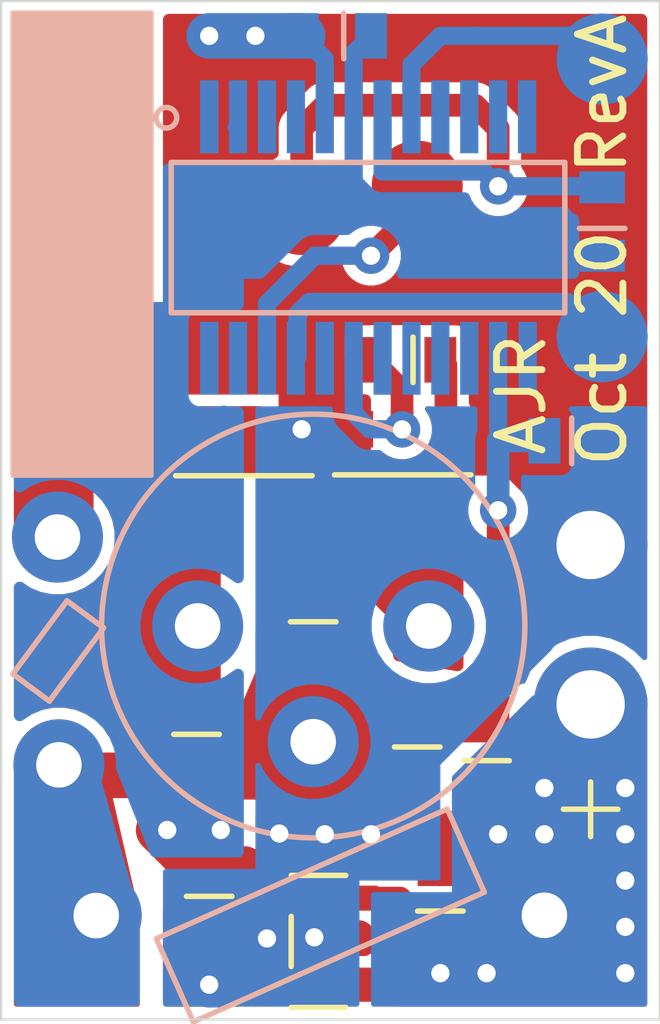
<source format=kicad_pcb>
(kicad_pcb (version 20171130) (host pcbnew "(5.1.5-0-10_14)")

  (general
    (thickness 1.6)
    (drawings 8)
    (tracks 194)
    (zones 0)
    (modules 24)
    (nets 33)
  )

  (page A4)
  (layers
    (0 F.Cu signal)
    (31 B.Cu signal)
    (32 B.Adhes user)
    (33 F.Adhes user)
    (34 B.Paste user)
    (35 F.Paste user)
    (36 B.SilkS user)
    (37 F.SilkS user)
    (38 B.Mask user)
    (39 F.Mask user)
    (40 Dwgs.User user)
    (41 Cmts.User user)
    (42 Eco1.User user)
    (43 Eco2.User user)
    (44 Edge.Cuts user)
    (45 Margin user)
    (46 B.CrtYd user)
    (47 F.CrtYd user)
    (48 B.Fab user hide)
    (49 F.Fab user hide)
  )

  (setup
    (last_trace_width 0.4)
    (user_trace_width 0.4)
    (user_trace_width 0.5)
    (user_trace_width 0.75)
    (user_trace_width 1)
    (trace_clearance 0.2)
    (zone_clearance 0.254)
    (zone_45_only no)
    (trace_min 0.2)
    (via_size 0.8)
    (via_drill 0.4)
    (via_min_size 0.4)
    (via_min_drill 0.3)
    (uvia_size 0.3)
    (uvia_drill 0.1)
    (uvias_allowed no)
    (uvia_min_size 0.2)
    (uvia_min_drill 0.1)
    (edge_width 0.05)
    (segment_width 0.2)
    (pcb_text_width 0.3)
    (pcb_text_size 1.5 1.5)
    (mod_edge_width 0.12)
    (mod_text_size 1 1)
    (mod_text_width 0.15)
    (pad_size 0.7 1)
    (pad_drill 0)
    (pad_to_mask_clearance 0.051)
    (solder_mask_min_width 0.25)
    (aux_axis_origin 0 0)
    (visible_elements FFFFFF7F)
    (pcbplotparams
      (layerselection 0x010fc_ffffffff)
      (usegerberextensions false)
      (usegerberattributes false)
      (usegerberadvancedattributes false)
      (creategerberjobfile false)
      (excludeedgelayer true)
      (linewidth 0.100000)
      (plotframeref false)
      (viasonmask false)
      (mode 1)
      (useauxorigin false)
      (hpglpennumber 1)
      (hpglpenspeed 20)
      (hpglpendiameter 15.000000)
      (psnegative false)
      (psa4output false)
      (plotreference true)
      (plotvalue true)
      (plotinvisibletext false)
      (padsonsilk false)
      (subtractmaskfromsilk false)
      (outputformat 1)
      (mirror false)
      (drillshape 0)
      (scaleselection 1)
      (outputdirectory "fab/"))
  )

  (net 0 "")
  (net 1 "Net-(U1-Pad24)")
  (net 2 "Net-(U1-Pad20)")
  (net 3 "Net-(U1-Pad18)")
  (net 4 "Net-(U1-Pad17)")
  (net 5 "Net-(U1-Pad16)")
  (net 6 "Net-(U1-Pad15)")
  (net 7 "Net-(U1-Pad13)")
  (net 8 "Net-(U1-Pad12)")
  (net 9 "Net-(U1-Pad11)")
  (net 10 "Net-(U1-Pad10)")
  (net 11 "Net-(U1-Pad9)")
  (net 12 "Net-(U1-Pad4)")
  (net 13 "Net-(U1-Pad3)")
  (net 14 "Net-(U1-Pad1)")
  (net 15 GNDREF)
  (net 16 +BATT)
  (net 17 +3V3)
  (net 18 "Net-(A1-Pad1)")
  (net 19 "Net-(C4-Pad2)")
  (net 20 "Net-(C4-Pad1)")
  (net 21 "Net-(R5-Pad2)")
  (net 22 "Net-(T1-Pad1)")
  (net 23 "Net-(T2-Pad1)")
  (net 24 "Net-(T4-Pad1)")
  (net 25 "Net-(C3-Pad1)")
  (net 26 "Net-(Q1-Pad2)")
  (net 27 "Net-(Q2-Pad1)")
  (net 28 /MOD)
  (net 29 /0.471)
  (net 30 "Net-(U2-Pad5)")
  (net 31 "Net-(U1-Pad2)")
  (net 32 "Net-(U1-Pad23)")

  (net_class Default "This is the default net class."
    (clearance 0.2)
    (trace_width 0.25)
    (via_dia 0.8)
    (via_drill 0.4)
    (uvia_dia 0.3)
    (uvia_drill 0.1)
    (add_net +3V3)
    (add_net +BATT)
    (add_net /0.471)
    (add_net /MOD)
    (add_net GNDREF)
    (add_net "Net-(A1-Pad1)")
    (add_net "Net-(C3-Pad1)")
    (add_net "Net-(C4-Pad1)")
    (add_net "Net-(C4-Pad2)")
    (add_net "Net-(Q1-Pad2)")
    (add_net "Net-(Q2-Pad1)")
    (add_net "Net-(R5-Pad2)")
    (add_net "Net-(T1-Pad1)")
    (add_net "Net-(T2-Pad1)")
    (add_net "Net-(T4-Pad1)")
    (add_net "Net-(U1-Pad1)")
    (add_net "Net-(U1-Pad10)")
    (add_net "Net-(U1-Pad11)")
    (add_net "Net-(U1-Pad12)")
    (add_net "Net-(U1-Pad13)")
    (add_net "Net-(U1-Pad15)")
    (add_net "Net-(U1-Pad16)")
    (add_net "Net-(U1-Pad17)")
    (add_net "Net-(U1-Pad18)")
    (add_net "Net-(U1-Pad2)")
    (add_net "Net-(U1-Pad20)")
    (add_net "Net-(U1-Pad23)")
    (add_net "Net-(U1-Pad24)")
    (add_net "Net-(U1-Pad3)")
    (add_net "Net-(U1-Pad4)")
    (add_net "Net-(U1-Pad9)")
    (add_net "Net-(U2-Pad5)")
  )

  (module throwie:TestPoint (layer F.Cu) (tedit 615734C8) (tstamp 61573672)
    (at 61.214 71.374)
    (path /61596F21)
    (fp_text reference T1 (at 0 0.5) (layer F.SilkS) hide
      (effects (font (size 1 1) (thickness 0.15)))
    )
    (fp_text value TestPoints (at 0 -0.5) (layer F.Fab) hide
      (effects (font (size 1 1) (thickness 0.15)))
    )
    (pad 1 smd circle (at 0 0) (size 2 2) (layers F.Cu F.Paste F.Mask)
      (net 22 "Net-(T1-Pad1)"))
  )

  (module throwie:C8051F850-A-GU (layer B.Cu) (tedit 5EA8A808) (tstamp 615B3DC8)
    (at 56.642 69.85 270)
    (path /61543364)
    (fp_text reference U1 (at 3 1.64 90) (layer B.SilkS) hide
      (effects (font (size 1 1) (thickness 0.15)) (justify mirror))
    )
    (fp_text value C8051F850-A-GU (at 4.445 -8.89 90) (layer B.Fab)
      (effects (font (size 1 1) (thickness 0.15)) (justify mirror))
    )
    (fp_circle (center 0.02 0.94) (end -0.14 1.1) (layer B.SilkS) (width 0.12))
    (fp_line (start 1 -7.815) (end 4.3 -7.815) (layer B.SilkS) (width 0.12))
    (fp_line (start 1 0.835) (end 4.3 0.835) (layer B.SilkS) (width 0.12))
    (fp_line (start 4.3 0.835) (end 4.3 -7.815) (layer B.SilkS) (width 0.12))
    (fp_line (start 1 0.835) (end 1 -7.815) (layer B.SilkS) (width 0.12))
    (pad 24 smd rect (at 5.3 0 270) (size 1.6 0.4) (layers B.Cu B.Paste B.Mask)
      (net 1 "Net-(U1-Pad24)"))
    (pad 23 smd rect (at 5.3 -0.635 270) (size 1.6 0.4) (layers B.Cu B.Paste B.Mask)
      (net 32 "Net-(U1-Pad23)"))
    (pad 22 smd rect (at 5.3 -1.27 270) (size 1.6 0.4) (layers B.Cu B.Paste B.Mask)
      (net 22 "Net-(T1-Pad1)"))
    (pad 21 smd rect (at 5.3 -1.905 270) (size 1.6 0.4) (layers B.Cu B.Paste B.Mask)
      (net 23 "Net-(T2-Pad1)"))
    (pad 20 smd rect (at 5.3 -2.54 270) (size 1.6 0.4) (layers B.Cu B.Paste B.Mask)
      (net 2 "Net-(U1-Pad20)"))
    (pad 19 smd rect (at 5.3 -3.175 270) (size 1.6 0.4) (layers B.Cu B.Paste B.Mask)
      (net 28 /MOD))
    (pad 18 smd rect (at 5.3 -3.81 270) (size 1.6 0.4) (layers B.Cu B.Paste B.Mask)
      (net 3 "Net-(U1-Pad18)"))
    (pad 17 smd rect (at 5.3 -4.445 270) (size 1.6 0.4) (layers B.Cu B.Paste B.Mask)
      (net 4 "Net-(U1-Pad17)"))
    (pad 16 smd rect (at 5.3 -5.08 270) (size 1.6 0.4) (layers B.Cu B.Paste B.Mask)
      (net 5 "Net-(U1-Pad16)"))
    (pad 15 smd rect (at 5.3 -5.715 270) (size 1.6 0.4) (layers B.Cu B.Paste B.Mask)
      (net 6 "Net-(U1-Pad15)"))
    (pad 14 smd rect (at 5.3 -6.35 270) (size 1.6 0.4) (layers B.Cu B.Paste B.Mask)
      (net 29 /0.471))
    (pad 13 smd rect (at 5.3 -7 270) (size 1.6 0.4) (layers B.Cu B.Paste B.Mask)
      (net 7 "Net-(U1-Pad13)"))
    (pad 12 smd rect (at 0 -6.985 270) (size 1.6 0.4) (layers B.Cu B.Paste B.Mask)
      (net 8 "Net-(U1-Pad12)"))
    (pad 11 smd rect (at 0 -6.35 270) (size 1.6 0.4) (layers B.Cu B.Paste B.Mask)
      (net 9 "Net-(U1-Pad11)"))
    (pad 10 smd rect (at 0 -5.715 270) (size 1.6 0.4) (layers B.Cu B.Paste B.Mask)
      (net 10 "Net-(U1-Pad10)"))
    (pad 9 smd rect (at 0 -5.08 270) (size 1.6 0.4) (layers B.Cu B.Paste B.Mask)
      (net 11 "Net-(U1-Pad9)"))
    (pad 8 smd rect (at 0 -4.445 270) (size 1.6 0.4) (layers B.Cu B.Paste B.Mask)
      (net 24 "Net-(T4-Pad1)"))
    (pad 7 smd rect (at 0 -3.81 270) (size 1.6 0.4) (layers B.Cu B.Paste B.Mask)
      (net 21 "Net-(R5-Pad2)"))
    (pad 6 smd rect (at 0 -3.175 270) (size 1.6 0.4) (layers B.Cu B.Paste B.Mask)
      (net 17 +3V3))
    (pad 5 smd rect (at 0 -2.54 270) (size 1.6 0.4) (layers B.Cu B.Paste B.Mask)
      (net 15 GNDREF))
    (pad 4 smd rect (at 0 -1.905 270) (size 1.6 0.4) (layers B.Cu B.Paste B.Mask)
      (net 12 "Net-(U1-Pad4)"))
    (pad 3 smd rect (at 0 -1.27 270) (size 1.6 0.4) (layers B.Cu B.Paste B.Mask)
      (net 13 "Net-(U1-Pad3)"))
    (pad 2 smd rect (at 0 -0.635 270) (size 1.6 0.4) (layers B.Cu B.Paste B.Mask)
      (net 31 "Net-(U1-Pad2)"))
    (pad 1 smd rect (at 0 0 270) (size 1.6 0.4) (layers B.Cu B.Paste B.Mask)
      (net 14 "Net-(U1-Pad1)"))
  )

  (module throwie:CONN (layer F.Cu) (tedit 61573FA0) (tstamp 615747C9)
    (at 65.024 82.748 90)
    (path /615A9545)
    (fp_text reference J1 (at 0 0.5 90) (layer F.SilkS) hide
      (effects (font (size 1 1) (thickness 0.15)))
    )
    (fp_text value CONN (at 0 -0.5 90) (layer F.Fab)
      (effects (font (size 1 1) (thickness 0.15)))
    )
    (fp_line (start -2.3 -0.6) (end -2.3 0.6) (layer F.SilkS) (width 0.12))
    (fp_line (start -1.7 0) (end -2.9 0) (layer F.SilkS) (width 0.12))
    (pad 2 thru_hole circle (at 3.5 0 90) (size 2.5 2.5) (drill 1.5) (layers *.Cu *.Mask)
      (net 15 GNDREF))
    (pad 1 thru_hole circle (at 0 0 90) (size 2.5 2.5) (drill 1.5) (layers *.Cu *.Mask)
      (net 16 +BATT))
  )

  (module throwie:R03101 (layer B.Cu) (tedit 615737EB) (tstamp 61574F52)
    (at 56.388 81.026 270)
    (path /615AFB47)
    (fp_text reference X1 (at -2.4 -0.7 90) (layer B.SilkS) hide
      (effects (font (size 1 1) (thickness 0.15)) (justify mirror))
    )
    (fp_text value RO3101 (at -1.4 -2.5 90) (layer B.Fab)
      (effects (font (size 1 1) (thickness 0.15)) (justify mirror))
    )
    (fp_circle (center 0 -2.54) (end 4.65 -2.54) (layer B.SilkS) (width 0.12))
    (pad 3 thru_hole circle (at 0 -5.08 270) (size 2 2) (drill 1) (layers *.Cu *.Mask)
      (net 19 "Net-(C4-Pad2)"))
    (pad 2 thru_hole circle (at 2.54 -2.54 270) (size 2 2) (drill 1) (layers *.Cu *.Mask)
      (net 20 "Net-(C4-Pad1)"))
    (pad 1 thru_hole circle (at 0 0 270) (size 2 2) (drill 1) (layers *.Cu *.Mask)
      (net 26 "Net-(Q1-Pad2)"))
  )

  (module throwie:2SC3356 (layer F.Cu) (tedit 6154DF76) (tstamp 6154E1C0)
    (at 56.454 78.728)
    (path /615A9601)
    (fp_text reference Q1 (at -1.2 -4.5) (layer F.SilkS) hide
      (effects (font (size 1 1) (thickness 0.15)))
    )
    (fp_text value 2SC3356 (at -0.6 -5.1) (layer F.Fab)
      (effects (font (size 1 1) (thickness 0.15)))
    )
    (fp_line (start -0.55 -1) (end 2.45 -1) (layer F.SilkS) (width 0.12))
    (pad 3 smd rect (at 0.95 -2.02) (size 0.6 0.8) (layers F.Cu F.Paste F.Mask)
      (net 25 "Net-(C3-Pad1)"))
    (pad 2 smd rect (at 0 0) (size 0.6 0.8) (layers F.Cu F.Paste F.Mask)
      (net 26 "Net-(Q1-Pad2)"))
    (pad 1 smd rect (at 1.9 0) (size 0.6 0.8) (layers F.Cu F.Paste F.Mask)
      (net 19 "Net-(C4-Pad2)"))
  )

  (module throwie:TestPoint (layer B.Cu) (tedit 615734C8) (tstamp 61573677)
    (at 65.278 74.676)
    (path /61597B98)
    (fp_text reference T2 (at 0 -0.5) (layer B.SilkS) hide
      (effects (font (size 1 1) (thickness 0.15)) (justify mirror))
    )
    (fp_text value TestPoints (at 0 0.5) (layer B.Fab) hide
      (effects (font (size 1 1) (thickness 0.15)) (justify mirror))
    )
    (pad 1 smd circle (at 0 0) (size 2 2) (layers B.Cu B.Paste B.Mask)
      (net 23 "Net-(T2-Pad1)"))
  )

  (module throwie:TestPoint (layer B.Cu) (tedit 615734C8) (tstamp 615831A5)
    (at 65.278 68.58)
    (path /61570124)
    (fp_text reference T4 (at 0 -0.5) (layer B.SilkS) hide
      (effects (font (size 1 1) (thickness 0.15)) (justify mirror))
    )
    (fp_text value TestPoints (at 0 0.5) (layer B.Fab) hide
      (effects (font (size 1 1) (thickness 0.15)) (justify mirror))
    )
    (pad 1 smd circle (at 0 0) (size 2 2) (layers B.Cu B.Paste B.Mask)
      (net 24 "Net-(T4-Pad1)"))
  )

  (module throwie:0603 (layer B.Cu) (tedit 5EA58315) (tstamp 615847C4)
    (at 64.008 76.962)
    (path /616743C5)
    (fp_text reference C6 (at 1.5 -2) (layer B.SilkS) hide
      (effects (font (size 1 1) (thickness 0.15)) (justify mirror))
    )
    (fp_text value CAP_0603 (at 0 2) (layer B.Fab)
      (effects (font (size 1 1) (thickness 0.15)) (justify mirror))
    )
    (fp_line (start 0.6 0.5) (end 0.6 -0.5) (layer B.SilkS) (width 0.12))
    (pad 2 smd rect (at 1.5 0) (size 0.7 1) (layers B.Cu B.Paste B.Mask)
      (net 15 GNDREF))
    (pad 1 smd rect (at 0 0) (size 0.7 1) (layers B.Cu B.Paste B.Mask)
      (net 29 /0.471))
  )

  (module throwie:252nH (layer B.Cu) (tedit 61573945) (tstamp 6157541E)
    (at 64.008 87.376 114)
    (path /61569441)
    (fp_text reference L1 (at 0 -0.5 -66) (layer B.SilkS) hide
      (effects (font (size 1 1) (thickness 0.15)) (justify mirror))
    )
    (fp_text value 252nH (at 0 0.5 -66) (layer B.Fab) hide
      (effects (font (size 1 1) (thickness 0.15)) (justify mirror))
    )
    (fp_line (start 1 -8) (end 3 -8) (layer B.SilkS) (width 0.12))
    (fp_line (start 1 -1) (end 1 -8) (layer B.SilkS) (width 0.12))
    (fp_line (start 3 -1) (end 1 -1) (layer B.SilkS) (width 0.12))
    (fp_line (start 3 -8) (end 3 -1) (layer B.SilkS) (width 0.12))
    (pad 2 thru_hole circle (at 4 -9 114) (size 2 2) (drill 1) (layers *.Cu *.Mask)
      (net 20 "Net-(C4-Pad1)"))
    (pad 1 thru_hole circle (at 0 0 114) (size 2 2) (drill 1) (layers *.Cu *.Mask)
      (net 16 +BATT))
  )

  (module throwie:SS8050-G (layer F.Cu) (tedit 6154DE35) (tstamp 6154E1B8)
    (at 61.844 76.708 180)
    (path /615A6F3E)
    (fp_text reference Q2 (at -0.8 -5.4) (layer F.SilkS) hide
      (effects (font (size 1 1) (thickness 0.15)))
    )
    (fp_text value SS8050-G (at -0.2 -3.9) (layer F.Fab)
      (effects (font (size 1 1) (thickness 0.15)))
    )
    (fp_line (start -0.55 -1) (end 2.45 -1) (layer F.SilkS) (width 0.12))
    (pad 3 smd rect (at 0.95 -2.02 180) (size 0.6 0.8) (layers F.Cu F.Paste F.Mask)
      (net 19 "Net-(C4-Pad2)"))
    (pad 2 smd rect (at 1.9 0 180) (size 0.6 0.8) (layers F.Cu F.Paste F.Mask)
      (net 15 GNDREF))
    (pad 1 smd rect (at 0 0 180) (size 0.6 0.8) (layers F.Cu F.Paste F.Mask)
      (net 27 "Net-(Q2-Pad1)"))
  )

  (module throwie:0603 (layer B.Cu) (tedit 5EA58315) (tstamp 6154DC19)
    (at 60.198 68.072 180)
    (path /61565EE2)
    (fp_text reference C5 (at 1.5 -2 180) (layer B.SilkS) hide
      (effects (font (size 1 1) (thickness 0.15)) (justify mirror))
    )
    (fp_text value CAP_0603 (at 0 2 180) (layer B.Fab)
      (effects (font (size 1 1) (thickness 0.15)) (justify mirror))
    )
    (fp_line (start 0.6 0.5) (end 0.6 -0.5) (layer B.SilkS) (width 0.12))
    (pad 2 smd rect (at 1.5 0 180) (size 0.7 1) (layers B.Cu B.Paste B.Mask)
      (net 15 GNDREF))
    (pad 1 smd rect (at 0 0 180) (size 0.7 1) (layers B.Cu B.Paste B.Mask)
      (net 17 +3V3))
  )

  (module throwie:MIC5231 (layer F.Cu) (tedit 61573B4F) (tstamp 615745AF)
    (at 59.944 87 270)
    (path /6157A545)
    (fp_text reference U2 (at 0 0.5 90) (layer F.SilkS) hide
      (effects (font (size 1 1) (thickness 0.15)))
    )
    (fp_text value MIC5231-3.3YM5-TR (at 0 -0.5 90) (layer F.Fab) hide
      (effects (font (size 1 1) (thickness 0.15)))
    )
    (fp_line (start 0.4 1.5) (end 1.5 1.5) (layer F.SilkS) (width 0.12))
    (fp_line (start 2.4 0.3) (end 2.4 1.5) (layer F.SilkS) (width 0.12))
    (fp_line (start -0.5 0.3) (end -0.5 1.5) (layer F.SilkS) (width 0.12))
    (pad 5 smd rect (at 1.9 1.8 270) (size 0.55 0.8) (layers F.Cu F.Paste F.Mask)
      (net 30 "Net-(U2-Pad5)"))
    (pad 4 smd rect (at 0 1.8 270) (size 0.55 0.8) (layers F.Cu F.Paste F.Mask)
      (net 17 +3V3))
    (pad 3 smd rect (at 0 0 270) (size 0.55 0.8) (layers F.Cu F.Paste F.Mask)
      (net 16 +BATT))
    (pad 2 smd rect (at 0.95 0 270) (size 0.55 0.8) (layers F.Cu F.Paste F.Mask)
      (net 15 GNDREF))
    (pad 1 smd rect (at 1.9 0 270) (size 0.55 0.8) (layers F.Cu F.Paste F.Mask)
      (net 16 +BATT))
  )

  (module throwie:77nH (layer B.Cu) (tedit 615739B5) (tstamp 61574162)
    (at 53.34 84.074 53.5)
    (path /61564779)
    (fp_text reference L2 (at 0 -0.5 53.5) (layer B.SilkS) hide
      (effects (font (size 1 1) (thickness 0.15)) (justify mirror))
    )
    (fp_text value 77nH (at 0 0.5 53.5) (layer B.Fab) hide
      (effects (font (size 1 1) (thickness 0.15)) (justify mirror))
    )
    (fp_line (start 3 -1) (end 1 -1) (layer B.SilkS) (width 0.12))
    (fp_line (start 3 -2) (end 3 -1) (layer B.SilkS) (width 0.12))
    (fp_line (start 1 -2) (end 3 -2) (layer B.SilkS) (width 0.12))
    (fp_line (start 1 -1) (end 1 -2) (layer B.SilkS) (width 0.12))
    (pad 2 thru_hole circle (at 4 -3 53.5) (size 2 2) (drill 1) (layers *.Cu *.Mask)
      (net 25 "Net-(C3-Pad1)"))
    (pad 1 thru_hole circle (at 0 0 53.5) (size 2 2) (drill 1) (layers *.Cu *.Mask)
      (net 20 "Net-(C4-Pad1)"))
  )

  (module throwie:433MHz (layer F.Cu) (tedit 61573584) (tstamp 61573839)
    (at 53.848 70.612)
    (path /615B7977)
    (fp_text reference A1 (at 0 0.5) (layer F.SilkS) hide
      (effects (font (size 1 1) (thickness 0.15)))
    )
    (fp_text value 433MHz (at 0 -0.5) (layer F.Fab) hide
      (effects (font (size 1 1) (thickness 0.15)))
    )
    (pad 1 smd rect (at 0 0) (size 3 6) (layers F.Cu F.Paste F.Mask)
      (net 18 "Net-(A1-Pad1)"))
  )

  (module throwie:TestPoint (layer F.Cu) (tedit 615734C8) (tstamp 6157367C)
    (at 58.674 71.882)
    (path /615772C2)
    (fp_text reference T3 (at 0 0.5) (layer F.SilkS) hide
      (effects (font (size 1 1) (thickness 0.15)))
    )
    (fp_text value TestPoints (at 0 -0.5) (layer F.Fab) hide
      (effects (font (size 1 1) (thickness 0.15)))
    )
    (pad 1 smd circle (at 0 0) (size 2 2) (layers F.Cu F.Paste F.Mask)
      (net 21 "Net-(R5-Pad2)"))
  )

  (module throwie:0603 (layer B.Cu) (tedit 615828D9) (tstamp 6154DC3C)
    (at 65.278 72.898 90)
    (path /6155FB01)
    (fp_text reference R5 (at 1.5 -2 -90) (layer B.SilkS) hide
      (effects (font (size 1 1) (thickness 0.15)) (justify mirror))
    )
    (fp_text value RES_0603 (at 0 2 -90) (layer B.Fab)
      (effects (font (size 1 1) (thickness 0.15)) (justify mirror))
    )
    (fp_line (start 0.6 0.5) (end 0.6 -0.5) (layer B.SilkS) (width 0.12))
    (pad 2 smd rect (at 1.5 0 90) (size 0.7 1) (layers B.Cu B.Paste B.Mask)
      (net 21 "Net-(R5-Pad2)"))
    (pad 1 smd rect (at 0 0 90) (size 0.7 1) (layers B.Cu B.Paste B.Mask)
      (net 17 +3V3))
  )

  (module throwie:0603 (layer F.Cu) (tedit 5EA58315) (tstamp 6154DC35)
    (at 56.364 82.804 270)
    (path /615ACB1A)
    (fp_text reference R4 (at 1.5 2 90) (layer F.SilkS) hide
      (effects (font (size 1 1) (thickness 0.15)))
    )
    (fp_text value RES_0603 (at 0 -2 90) (layer F.Fab)
      (effects (font (size 1 1) (thickness 0.15)))
    )
    (fp_line (start 0.6 -0.5) (end 0.6 0.5) (layer F.SilkS) (width 0.12))
    (pad 2 smd rect (at 1.5 0 270) (size 0.7 1) (layers F.Cu F.Paste F.Mask)
      (net 20 "Net-(C4-Pad1)"))
    (pad 1 smd rect (at 0 0 270) (size 0.7 1) (layers F.Cu F.Paste F.Mask)
      (net 26 "Net-(Q1-Pad2)"))
  )

  (module throwie:0603 (layer F.Cu) (tedit 5EA58315) (tstamp 6154DC2E)
    (at 61.214 83.082 270)
    (path /61593C5D)
    (fp_text reference R3 (at 1.5 2 90) (layer F.SilkS) hide
      (effects (font (size 1 1) (thickness 0.15)))
    )
    (fp_text value RES_0603 (at 0 -2 90) (layer F.Fab)
      (effects (font (size 1 1) (thickness 0.15)))
    )
    (fp_line (start 0.6 -0.5) (end 0.6 0.5) (layer F.SilkS) (width 0.12))
    (pad 2 smd rect (at 1.5 0 270) (size 0.7 1) (layers F.Cu F.Paste F.Mask)
      (net 15 GNDREF))
    (pad 1 smd rect (at 0 0 270) (size 0.7 1) (layers F.Cu F.Paste F.Mask)
      (net 29 /0.471))
  )

  (module throwie:0603 (layer F.Cu) (tedit 5EA58315) (tstamp 6154DC27)
    (at 62.738 84.582 90)
    (path /61592F3E)
    (fp_text reference R2 (at 1.5 2 90) (layer F.SilkS) hide
      (effects (font (size 1 1) (thickness 0.15)))
    )
    (fp_text value RES_0603 (at 0 -2 90) (layer F.Fab)
      (effects (font (size 1 1) (thickness 0.15)))
    )
    (fp_line (start 0.6 -0.5) (end 0.6 0.5) (layer F.SilkS) (width 0.12))
    (pad 2 smd rect (at 1.5 0 90) (size 0.7 1) (layers F.Cu F.Paste F.Mask)
      (net 29 /0.471))
    (pad 1 smd rect (at 0 0 90) (size 0.7 1) (layers F.Cu F.Paste F.Mask)
      (net 16 +BATT))
  )

  (module throwie:0603 (layer F.Cu) (tedit 5EA58315) (tstamp 6154DC20)
    (at 61.722 75.184 180)
    (path /6159CB9B)
    (fp_text reference R1 (at 1.5 2) (layer F.SilkS) hide
      (effects (font (size 1 1) (thickness 0.15)))
    )
    (fp_text value RES_0603 (at 0 -2) (layer F.Fab)
      (effects (font (size 1 1) (thickness 0.15)))
    )
    (fp_line (start 0.6 -0.5) (end 0.6 0.5) (layer F.SilkS) (width 0.12))
    (pad 2 smd rect (at 1.5 0 180) (size 0.7 1) (layers F.Cu F.Paste F.Mask)
      (net 28 /MOD))
    (pad 1 smd rect (at 0 0 180) (size 0.7 1) (layers F.Cu F.Paste F.Mask)
      (net 27 "Net-(Q2-Pad1)"))
  )

  (module throwie:0603 (layer F.Cu) (tedit 5EA58315) (tstamp 6154DC12)
    (at 58.928 81.534 90)
    (path /615A7727)
    (fp_text reference C4 (at 1.5 2 90) (layer F.SilkS) hide
      (effects (font (size 1 1) (thickness 0.15)))
    )
    (fp_text value CAP_0603 (at 0 -2 90) (layer F.Fab)
      (effects (font (size 1 1) (thickness 0.15)))
    )
    (fp_line (start 0.6 -0.5) (end 0.6 0.5) (layer F.SilkS) (width 0.12))
    (pad 2 smd rect (at 1.5 0 90) (size 0.7 1) (layers F.Cu F.Paste F.Mask)
      (net 19 "Net-(C4-Pad2)"))
    (pad 1 smd rect (at 0 0 90) (size 0.7 1) (layers F.Cu F.Paste F.Mask)
      (net 20 "Net-(C4-Pad1)"))
  )

  (module throwie:0603 (layer F.Cu) (tedit 5EA58315) (tstamp 6154DC0B)
    (at 53.34 77.216 90)
    (path /615AABCB)
    (fp_text reference C3 (at 1.5 2 90) (layer F.SilkS) hide
      (effects (font (size 1 1) (thickness 0.15)))
    )
    (fp_text value CAP_0603 (at 0 -2 90) (layer F.Fab)
      (effects (font (size 1 1) (thickness 0.15)))
    )
    (fp_line (start 0.6 -0.5) (end 0.6 0.5) (layer F.SilkS) (width 0.12))
    (pad 2 smd rect (at 1.5 0 90) (size 0.7 1) (layers F.Cu F.Paste F.Mask)
      (net 18 "Net-(A1-Pad1)"))
    (pad 1 smd rect (at 0 0 90) (size 0.7 1) (layers F.Cu F.Paste F.Mask)
      (net 25 "Net-(C3-Pad1)"))
  )

  (module throwie:0603 (layer F.Cu) (tedit 5EA58315) (tstamp 6154DC04)
    (at 56.642 86.36 270)
    (path /6157BF9A)
    (fp_text reference C2 (at 1.5 2 90) (layer F.SilkS) hide
      (effects (font (size 1 1) (thickness 0.15)))
    )
    (fp_text value CAP_0603 (at 0 -2 90) (layer F.Fab)
      (effects (font (size 1 1) (thickness 0.15)))
    )
    (fp_line (start 0.6 -0.5) (end 0.6 0.5) (layer F.SilkS) (width 0.12))
    (pad 2 smd rect (at 1.5 0 270) (size 0.7 1) (layers F.Cu F.Paste F.Mask)
      (net 15 GNDREF))
    (pad 1 smd rect (at 0 0 270) (size 0.7 1) (layers F.Cu F.Paste F.Mask)
      (net 17 +3V3))
  )

  (module throwie:0603 (layer F.Cu) (tedit 5EA58315) (tstamp 6154DBFD)
    (at 61.722 87.884 90)
    (path /6157AD69)
    (fp_text reference C1 (at 1.5 2 90) (layer F.SilkS) hide
      (effects (font (size 1 1) (thickness 0.15)))
    )
    (fp_text value CAP_0603 (at 0 -2 90) (layer F.Fab)
      (effects (font (size 1 1) (thickness 0.15)))
    )
    (fp_line (start 0.6 -0.5) (end 0.6 0.5) (layer F.SilkS) (width 0.12))
    (pad 2 smd rect (at 1.5 0 90) (size 0.7 1) (layers F.Cu F.Paste F.Mask)
      (net 15 GNDREF))
    (pad 1 smd rect (at 0 0 90) (size 0.7 1) (layers F.Cu F.Paste F.Mask)
      (net 16 +BATT))
  )

  (gr_text "Oct 20" (at 65.278 74.93 90) (layer F.SilkS)
    (effects (font (size 1 1) (thickness 0.15)))
  )
  (gr_text AJR (at 63.5 75.946 90) (layer F.SilkS)
    (effects (font (size 1 1) (thickness 0.15)))
  )
  (gr_text RevA (at 65.278 69.342 90) (layer F.SilkS)
    (effects (font (size 1 1) (thickness 0.15)))
  )
  (gr_line (start 66.548 67.31) (end 52.07 67.31) (layer Edge.Cuts) (width 0.05) (tstamp 615BFE4E))
  (gr_line (start 66.548 89.662) (end 66.548 67.31) (layer Edge.Cuts) (width 0.05))
  (gr_line (start 52.07 89.662) (end 66.548 89.662) (layer Edge.Cuts) (width 0.05))
  (gr_line (start 52.07 67.31) (end 52.07 89.662) (layer Edge.Cuts) (width 0.05))
  (gr_poly (pts (xy 55.372 77.724) (xy 52.324 77.724) (xy 52.324 67.564) (xy 55.372 67.564)) (layer B.SilkS) (width 0.1))

  (segment (start 61.214 84.582) (end 61.214 84.836) (width 0.25) (layer F.Cu) (net 15))
  (segment (start 59.92 87.86) (end 59.944 87.884) (width 0.75) (layer F.Cu) (net 15))
  (segment (start 59.183999 86.274999) (end 61.636999 86.274999) (width 0.5) (layer F.Cu) (net 15))
  (segment (start 59.093999 86.364999) (end 59.183999 86.274999) (width 0.5) (layer F.Cu) (net 15))
  (segment (start 59.093999 87.464001) (end 59.093999 86.364999) (width 0.5) (layer F.Cu) (net 15))
  (segment (start 58.952 87.606) (end 59.093999 87.464001) (width 0.5) (layer F.Cu) (net 15))
  (segment (start 58.952 87.86) (end 58.952 87.606) (width 0.5) (layer F.Cu) (net 15))
  (segment (start 58.952 87.86) (end 59.92 87.86) (width 0.75) (layer F.Cu) (net 15))
  (segment (start 61.636999 86.274999) (end 61.722 86.36) (width 0.5) (layer F.Cu) (net 15))
  (segment (start 61.214 85.682) (end 61.722 86.19) (width 0.75) (layer F.Cu) (net 15))
  (segment (start 61.214 84.582) (end 61.214 85.682) (width 0.75) (layer F.Cu) (net 15))
  (segment (start 61.722 86.19) (end 61.722 86.36) (width 0.75) (layer F.Cu) (net 15))
  (segment (start 57.88701 87.86) (end 57.912 87.88499) (width 0.25) (layer F.Cu) (net 15))
  (segment (start 56.642 87.86) (end 57.682 87.86) (width 0.75) (layer F.Cu) (net 15))
  (via (at 57.912 87.88499) (size 0.8) (drill 0.4) (layers F.Cu B.Cu) (net 15))
  (segment (start 57.682 87.86) (end 57.88701 87.86) (width 0.25) (layer F.Cu) (net 15))
  (segment (start 57.682 87.86) (end 58.952 87.86) (width 0.75) (layer F.Cu) (net 15))
  (via (at 58.952 87.86) (size 0.8) (drill 0.4) (layers F.Cu B.Cu) (net 15))
  (segment (start 61.214 83.796002) (end 61.214 85.116315) (width 1) (layer B.Cu) (net 15))
  (segment (start 61.214 85.116315) (end 61.214 85.682) (width 1) (layer B.Cu) (net 15))
  (segment (start 63.774001 81.236001) (end 61.214 83.796002) (width 1) (layer B.Cu) (net 15))
  (segment (start 63.774001 80.497999) (end 63.774001 81.236001) (width 1) (layer B.Cu) (net 15))
  (segment (start 65.024 79.248) (end 63.774001 80.497999) (width 1) (layer B.Cu) (net 15))
  (segment (start 60.282 85.682) (end 60.198 85.598) (width 1) (layer B.Cu) (net 15))
  (via (at 60.198 85.598) (size 0.8) (drill 0.4) (layers F.Cu B.Cu) (net 15))
  (segment (start 61.214 85.682) (end 60.282 85.682) (width 1) (layer B.Cu) (net 15))
  (via (at 59.182 85.598) (size 0.8) (drill 0.4) (layers F.Cu B.Cu) (net 15))
  (via (at 58.181818 85.582182) (size 0.8) (drill 0.4) (layers F.Cu B.Cu) (net 15))
  (segment (start 58.197636 85.598) (end 58.181818 85.582182) (width 1) (layer B.Cu) (net 15))
  (segment (start 59.182 85.598) (end 58.197636 85.598) (width 1) (layer B.Cu) (net 15))
  (segment (start 59.182 85.598) (end 60.198 85.598) (width 1) (layer B.Cu) (net 15))
  (segment (start 57.93699 87.86) (end 57.912 87.88499) (width 1) (layer B.Cu) (net 15))
  (segment (start 58.952 87.86) (end 57.93699 87.86) (width 1) (layer B.Cu) (net 15))
  (segment (start 56.89699 88.9) (end 57.912 87.88499) (width 1) (layer B.Cu) (net 15))
  (segment (start 56.642 88.9) (end 56.642 88.9) (width 1) (layer B.Cu) (net 15))
  (segment (start 58.181818 87.615172) (end 57.912 87.88499) (width 1) (layer B.Cu) (net 15))
  (segment (start 58.181818 85.582182) (end 58.181818 87.615172) (width 1) (layer B.Cu) (net 15))
  (segment (start 65.508 78.764) (end 65.024 79.248) (width 0.25) (layer B.Cu) (net 15))
  (segment (start 65.508 76.962) (end 65.508 78.764) (width 1) (layer B.Cu) (net 15))
  (segment (start 59.182 69.85) (end 59.182 68.58) (width 0.4) (layer B.Cu) (net 15))
  (segment (start 59.182 68.58) (end 58.674 68.072) (width 0.4) (layer B.Cu) (net 15))
  (via (at 56.642 68.072) (size 0.8) (drill 0.4) (layers F.Cu B.Cu) (net 15))
  (via (at 57.658 68.072) (size 0.8) (drill 0.4) (layers F.Cu B.Cu) (net 15))
  (segment (start 58.698 68.072) (end 56.642 68.072) (width 1) (layer B.Cu) (net 15))
  (segment (start 56.642 88.9) (end 56.89699 88.9) (width 1) (layer B.Cu) (net 15) (tstamp 615CC781))
  (via (at 56.642 88.9) (size 0.8) (drill 0.4) (layers F.Cu B.Cu) (net 15))
  (segment (start 63.334001 77.558001) (end 63.774001 77.998001) (width 0.5) (layer F.Cu) (net 15))
  (segment (start 59.944 76.708) (end 59.944 76.950002) (width 0.5) (layer F.Cu) (net 15))
  (segment (start 63.774001 77.998001) (end 65.024 79.248) (width 0.5) (layer F.Cu) (net 15))
  (segment (start 59.144 76.708) (end 58.674 76.238) (width 0.5) (layer F.Cu) (net 15))
  (segment (start 59.944 76.708) (end 59.144 76.708) (width 0.5) (layer F.Cu) (net 15))
  (segment (start 58.674 76.238) (end 58.674 74.93) (width 0.5) (layer F.Cu) (net 15))
  (segment (start 58.674 74.93) (end 56.642 72.898) (width 0.5) (layer F.Cu) (net 15))
  (segment (start 56.642 72.898) (end 56.642 68.072) (width 0.5) (layer F.Cu) (net 15))
  (via (at 58.674 76.708) (size 0.8) (drill 0.4) (layers F.Cu B.Cu) (net 15))
  (segment (start 59.944 76.708) (end 58.674 76.708) (width 0.5) (layer F.Cu) (net 15))
  (segment (start 63.234 87.122) (end 64.008 87.122) (width 0.25) (layer F.Cu) (net 16))
  (segment (start 59.944 88.9) (end 60.706 88.9) (width 0.75) (layer F.Cu) (net 16))
  (segment (start 59.944 87) (end 60.838 87) (width 0.5) (layer F.Cu) (net 16))
  (segment (start 60.838 87) (end 61.722 87.884) (width 0.5) (layer F.Cu) (net 16))
  (segment (start 60.706 88.9) (end 60.96 88.646) (width 0.25) (layer F.Cu) (net 16))
  (segment (start 60.96 88.646) (end 61.722 87.884) (width 0.75) (layer F.Cu) (net 16))
  (segment (start 62.738 87.884) (end 61.722 87.884) (width 1) (layer F.Cu) (net 16))
  (segment (start 63.424333 87.197667) (end 62.738 87.884) (width 1) (layer B.Cu) (net 16))
  (segment (start 64.008 87.197667) (end 63.424333 87.197667) (width 1) (layer B.Cu) (net 16))
  (segment (start 62.738 87.884) (end 61.722 87.884) (width 1) (layer B.Cu) (net 16))
  (segment (start 65.024 86.106) (end 64.008 87.122) (width 1) (layer B.Cu) (net 16))
  (via (at 62.738 88.646) (size 0.8) (drill 0.4) (layers F.Cu B.Cu) (net 16))
  (segment (start 60.96 88.646) (end 62.738 88.646) (width 0.25) (layer B.Cu) (net 16))
  (segment (start 61.722 88.646) (end 60.96 88.646) (width 1) (layer B.Cu) (net 16))
  (segment (start 62.738 88.646) (end 61.722 88.646) (width 0.25) (layer F.Cu) (net 16))
  (segment (start 61.722 87.884) (end 61.722 88.646) (width 1) (layer B.Cu) (net 16))
  (via (at 65.786 88.646) (size 0.8) (drill 0.4) (layers F.Cu B.Cu) (net 16))
  (via (at 65.786 87.63) (size 0.8) (drill 0.4) (layers F.Cu B.Cu) (net 16))
  (via (at 65.786 86.614) (size 0.8) (drill 0.4) (layers F.Cu B.Cu) (net 16))
  (segment (start 61.722 88.646) (end 61.722 88.646) (width 0.25) (layer F.Cu) (net 16) (tstamp 615C005F))
  (via (at 61.722 88.646) (size 0.8) (drill 0.4) (layers F.Cu B.Cu) (net 16))
  (via (at 65.786 85.598) (size 0.8) (drill 0.4) (layers F.Cu B.Cu) (net 16))
  (via (at 65.786 84.582) (size 0.8) (drill 0.4) (layers F.Cu B.Cu) (net 16))
  (via (at 64.008 84.582) (size 0.8) (drill 0.4) (layers F.Cu B.Cu) (net 16))
  (via (at 64.008 85.598) (size 0.8) (drill 0.4) (layers F.Cu B.Cu) (net 16))
  (via (at 62.992 85.598) (size 0.8) (drill 0.4) (layers F.Cu B.Cu) (net 16))
  (segment (start 62.992 85.598) (end 62.992 84.836) (width 0.25) (layer F.Cu) (net 16))
  (segment (start 62.992 85.598) (end 64.008 85.598) (width 0.25) (layer F.Cu) (net 16))
  (segment (start 64.008 84.582) (end 64.008 85.598) (width 0.25) (layer F.Cu) (net 16))
  (segment (start 64.407999 84.182001) (end 64.407999 83.420001) (width 0.25) (layer F.Cu) (net 16))
  (segment (start 64.008 84.582) (end 64.407999 84.182001) (width 0.25) (layer F.Cu) (net 16))
  (segment (start 64.407999 83.420001) (end 65.024 82.804) (width 0.25) (layer F.Cu) (net 16))
  (segment (start 65.786 88.646) (end 65.786 87.63) (width 0.25) (layer F.Cu) (net 16))
  (segment (start 65.786 86.614) (end 65.786 87.63) (width 0.25) (layer F.Cu) (net 16))
  (segment (start 65.786 86.614) (end 65.786 85.598) (width 0.25) (layer F.Cu) (net 16))
  (segment (start 65.786 85.598) (end 65.786 84.582) (width 0.25) (layer F.Cu) (net 16))
  (segment (start 65.386001 84.182001) (end 65.386001 83.166001) (width 0.25) (layer F.Cu) (net 16))
  (segment (start 65.786 84.582) (end 65.386001 84.182001) (width 0.25) (layer F.Cu) (net 16))
  (segment (start 65.386001 83.166001) (end 65.024 82.804) (width 0.25) (layer F.Cu) (net 16))
  (segment (start 57.912 86.868) (end 58.166 86.868) (width 0.25) (layer F.Cu) (net 17))
  (segment (start 57.404 86.36) (end 57.82899 86.78499) (width 1) (layer F.Cu) (net 17))
  (segment (start 56.642 86.36) (end 57.404 86.36) (width 1) (layer F.Cu) (net 17))
  (segment (start 57.82899 86.78499) (end 58.143989 86.78499) (width 1) (layer F.Cu) (net 17))
  (segment (start 56.388 86.36) (end 55.53201 85.50401) (width 1) (layer F.Cu) (net 17))
  (segment (start 56.642 86.36) (end 56.388 86.36) (width 1) (layer F.Cu) (net 17))
  (segment (start 56.097695 85.50401) (end 56.896 85.50401) (width 1) (layer F.Cu) (net 17))
  (segment (start 55.53201 85.50401) (end 55.71999 85.50401) (width 1) (layer F.Cu) (net 17))
  (segment (start 59.817 69.85) (end 59.817 71.288923) (width 0.4) (layer B.Cu) (net 17))
  (segment (start 59.817 71.288923) (end 61.426077 72.898) (width 0.4) (layer B.Cu) (net 17))
  (segment (start 61.426077 72.898) (end 65.278 72.898) (width 0.4) (layer B.Cu) (net 17))
  (segment (start 59.9395 71.411423) (end 59.817 71.288923) (width 0.4) (layer B.Cu) (net 17))
  (segment (start 59.817 69.85) (end 59.817 68.453) (width 0.4) (layer B.Cu) (net 17))
  (segment (start 59.817 68.453) (end 60.198 68.072) (width 0.4) (layer B.Cu) (net 17))
  (segment (start 56.896 85.50401) (end 56.896 85.50401) (width 1) (layer F.Cu) (net 17) (tstamp 615CC14A))
  (via (at 56.896 85.50401) (size 0.8) (drill 0.4) (layers F.Cu B.Cu) (net 17))
  (segment (start 55.71999 85.50401) (end 56.097695 85.50401) (width 1) (layer F.Cu) (net 17) (tstamp 615CC14C))
  (via (at 55.71999 85.50401) (size 0.8) (drill 0.4) (layers F.Cu B.Cu) (net 17))
  (segment (start 53.34 72.39) (end 53.848 71.882) (width 0.25) (layer F.Cu) (net 18))
  (segment (start 53.34 75.716) (end 53.34 72.39) (width 1) (layer F.Cu) (net 18))
  (segment (start 58.928 79.952) (end 58.928 80.01) (width 0.25) (layer F.Cu) (net 19))
  (segment (start 60.894 80.452) (end 61.468 81.026) (width 0.25) (layer F.Cu) (net 19))
  (segment (start 58.354 78.728) (end 58.354 79.436) (width 1) (layer F.Cu) (net 19))
  (segment (start 58.354 79.436) (end 58.928 80.01) (width 1) (layer F.Cu) (net 19))
  (segment (start 58.928 80.034) (end 60.476 80.034) (width 1) (layer F.Cu) (net 19))
  (segment (start 60.476 80.034) (end 61.468 81.026) (width 1) (layer F.Cu) (net 19))
  (segment (start 60.894 78.728) (end 60.894 80.452) (width 1) (layer F.Cu) (net 19))
  (segment (start 58.19 84.304) (end 58.928 83.566) (width 1) (layer F.Cu) (net 20))
  (segment (start 58.928 83.566) (end 58.928 81.534) (width 1) (layer F.Cu) (net 20))
  (segment (start 56.364 84.304) (end 53.57 84.304) (width 1) (layer F.Cu) (net 20))
  (segment (start 53.57 84.304) (end 53.34 84.074) (width 1) (layer F.Cu) (net 20))
  (segment (start 53.34 84.074) (end 53.34 83.82) (width 1) (layer F.Cu) (net 20))
  (segment (start 54.108448 87.382448) (end 54.102 87.376) (width 1) (layer B.Cu) (net 20))
  (segment (start 54.159144 87.382448) (end 54.108448 87.382448) (width 1) (layer B.Cu) (net 20))
  (segment (start 56.364 84.304) (end 58.19 84.304) (width 1) (layer F.Cu) (net 20))
  (segment (start 60.452 69.85) (end 60.452 71.05) (width 0.4) (layer B.Cu) (net 21))
  (via (at 62.992 71.374) (size 0.8) (drill 0.4) (layers F.Cu B.Cu) (net 21))
  (segment (start 62.668 71.05) (end 62.992 71.374) (width 0.4) (layer B.Cu) (net 21))
  (segment (start 60.452 71.05) (end 62.668 71.05) (width 0.4) (layer B.Cu) (net 21))
  (segment (start 62.992 71.374) (end 65.278 71.374) (width 0.4) (layer B.Cu) (net 21))
  (segment (start 59.182 71.374) (end 58.674 71.882) (width 0.5) (layer F.Cu) (net 21))
  (segment (start 62.992 71.374) (end 62.992 70.808315) (width 0.5) (layer F.Cu) (net 21))
  (segment (start 62.992 70.808315) (end 62.992 70.104) (width 0.5) (layer F.Cu) (net 21))
  (segment (start 62.992 70.104) (end 62.484 69.596) (width 0.5) (layer F.Cu) (net 21))
  (segment (start 62.484 69.596) (end 59.182 69.596) (width 0.5) (layer F.Cu) (net 21))
  (segment (start 59.182 69.596) (end 58.674 70.104) (width 0.5) (layer F.Cu) (net 21))
  (segment (start 58.674 70.104) (end 58.674 71.882) (width 0.5) (layer F.Cu) (net 21))
  (segment (start 58.964 72.898) (end 60.198 72.898) (width 0.4) (layer B.Cu) (net 22))
  (segment (start 57.912 73.95) (end 58.964 72.898) (width 0.4) (layer B.Cu) (net 22))
  (segment (start 57.912 75.15) (end 57.912 73.95) (width 0.4) (layer B.Cu) (net 22))
  (via (at 60.198 72.898) (size 0.8) (drill 0.4) (layers F.Cu B.Cu) (net 22))
  (segment (start 61.214 71.882) (end 60.198 72.898) (width 0.5) (layer F.Cu) (net 22))
  (segment (start 61.214 71.374) (end 61.214 71.882) (width 0.5) (layer F.Cu) (net 22))
  (segment (start 64.516 73.914) (end 65.278 74.676) (width 0.4) (layer B.Cu) (net 23))
  (segment (start 58.581999 74.174003) (end 58.842002 73.914) (width 0.4) (layer B.Cu) (net 23))
  (segment (start 58.581999 75.115001) (end 58.581999 74.174003) (width 0.4) (layer B.Cu) (net 23))
  (segment (start 58.842002 73.914) (end 64.516 73.914) (width 0.4) (layer B.Cu) (net 23))
  (segment (start 58.547 75.15) (end 58.581999 75.115001) (width 0.4) (layer B.Cu) (net 23))
  (segment (start 61.087 69.85) (end 61.087 68.707) (width 0.4) (layer B.Cu) (net 24))
  (segment (start 61.087 68.707) (end 61.722 68.072) (width 0.4) (layer B.Cu) (net 24))
  (segment (start 61.722 68.072) (end 62.484 68.072) (width 0.4) (layer B.Cu) (net 24))
  (segment (start 62.484 68.072) (end 63.5 68.072) (width 0.4) (layer B.Cu) (net 24))
  (segment (start 63.5 68.072) (end 64.008 68.072) (width 0.4) (layer B.Cu) (net 24))
  (segment (start 64.008 68.072) (end 64.77 68.072) (width 0.4) (layer B.Cu) (net 24))
  (segment (start 64.77 68.072) (end 65.278 68.58) (width 0.4) (layer B.Cu) (net 24))
  (segment (start 57.15 76.454) (end 57.404 76.708) (width 0.25) (layer F.Cu) (net 25))
  (segment (start 53.34 77.216) (end 56.896 77.216) (width 1) (layer F.Cu) (net 25))
  (segment (start 56.896 77.216) (end 57.404 76.708) (width 1) (layer F.Cu) (net 25))
  (segment (start 53.34 77.216) (end 53.34 78.566) (width 1) (layer F.Cu) (net 25))
  (segment (start 53.34 78.566) (end 53.34 79.248) (width 1) (layer F.Cu) (net 25))
  (segment (start 53.34 79.248) (end 53.34 78.994) (width 1) (layer F.Cu) (net 25))
  (segment (start 56.454 80.96) (end 56.388 81.026) (width 0.25) (layer F.Cu) (net 26))
  (segment (start 56.364 82.804) (end 56.364 81.05) (width 1) (layer F.Cu) (net 26))
  (segment (start 56.364 81.05) (end 56.388 81.026) (width 1) (layer F.Cu) (net 26))
  (segment (start 56.388 81.026) (end 56.388 78.74) (width 1) (layer F.Cu) (net 26))
  (segment (start 61.844 76.708) (end 61.844 75.306) (width 0.5) (layer F.Cu) (net 27))
  (segment (start 61.844 75.306) (end 61.722 75.184) (width 0.5) (layer F.Cu) (net 27))
  (via (at 60.88 76.71) (size 0.8) (drill 0.4) (layers F.Cu B.Cu) (net 28))
  (segment (start 59.817 75.15) (end 59.817 76.35) (width 0.4) (layer B.Cu) (net 28))
  (segment (start 60.222 75.184) (end 60.198 75.184) (width 0.4) (layer F.Cu) (net 28))
  (segment (start 60.175 76.708) (end 60.96 76.708) (width 0.4) (layer B.Cu) (net 28))
  (segment (start 59.817 76.35) (end 60.175 76.708) (width 0.4) (layer B.Cu) (net 28))
  (segment (start 60.96 76.627972) (end 61.000014 76.667986) (width 0.4) (layer F.Cu) (net 28))
  (segment (start 60.222 75.184) (end 60.222 75.334) (width 0.4) (layer F.Cu) (net 28))
  (segment (start 60.88 76.71) (end 60.88 75.866) (width 0.5) (layer F.Cu) (net 28))
  (segment (start 60.88 75.866) (end 60.198 75.184) (width 0.5) (layer F.Cu) (net 28))
  (segment (start 62.714 83.082) (end 62.738 83.058) (width 0.25) (layer F.Cu) (net 29))
  (segment (start 62.846001 82.949999) (end 62.738 83.058) (width 0.25) (layer F.Cu) (net 29))
  (segment (start 62.992 75.184) (end 62.992 75.438) (width 0.25) (layer B.Cu) (net 29))
  (via (at 62.992 78.486) (size 0.8) (drill 0.4) (layers F.Cu B.Cu) (net 29))
  (segment (start 61.214 83.082) (end 62.714 83.082) (width 1) (layer F.Cu) (net 29))
  (segment (start 62.992 79.248) (end 62.992 82.804) (width 0.5) (layer F.Cu) (net 29))
  (segment (start 62.992 82.804) (end 62.738 83.058) (width 0.5) (layer F.Cu) (net 29))
  (segment (start 64.008 76.962) (end 62.992 76.962) (width 0.5) (layer B.Cu) (net 29))
  (segment (start 62.992 75.15) (end 62.992 76.962) (width 0.4) (layer B.Cu) (net 29))
  (segment (start 62.992 78.486) (end 62.992 76.962) (width 0.5) (layer B.Cu) (net 29))
  (segment (start 62.992 79.248) (end 62.992 78.486) (width 0.5) (layer F.Cu) (net 29))
  (segment (start 57.277 69.977) (end 57.167001 70.086999) (width 0.25) (layer B.Cu) (net 31))
  (segment (start 57.277 69.85) (end 57.277 69.977) (width 0.25) (layer B.Cu) (net 31))

  (zone (net 19) (net_name "Net-(C4-Pad2)") (layer F.Cu) (tstamp 615E22E1) (hatch edge 0.508)
    (connect_pads yes (clearance 0.508))
    (min_thickness 0.254)
    (fill yes (arc_segments 32) (thermal_gap 0.508) (thermal_bridge_width 0.508))
    (polygon
      (pts
        (xy 62.23 82.042) (xy 60.706 81.788) (xy 60.452 80.518) (xy 57.912 80.518) (xy 57.912 78.232)
        (xy 62.23 78.232)
      )
    )
    (filled_polygon
      (pts
        (xy 61.957 78.384061) (xy 61.957 78.587939) (xy 61.996774 78.787898) (xy 62.074795 78.976256) (xy 62.103 79.018468)
        (xy 62.103 81.892082) (xy 60.813343 81.677139) (xy 60.576534 80.493093) (xy 60.569282 80.469276) (xy 60.557523 80.447332)
        (xy 60.541709 80.428104) (xy 60.522447 80.41233) (xy 60.500478 80.400617) (xy 60.476646 80.393414) (xy 60.452 80.391)
        (xy 58.039 80.391) (xy 58.039 78.359) (xy 61.961985 78.359)
      )
    )
  )
  (zone (net 16) (net_name +BATT) (layer B.Cu) (tstamp 615E22DE) (hatch edge 0.508)
    (connect_pads yes (clearance 0.254))
    (min_thickness 0.125)
    (fill yes (arc_segments 32) (thermal_gap 0.254) (thermal_bridge_width 0.254))
    (polygon
      (pts
        (xy 66.294 89.408) (xy 60.198 89.408) (xy 60.198 86.868) (xy 61.976 86.868) (xy 61.976 84.328)
        (xy 63.754 82.55) (xy 66.294 82.55)
      )
    )
    (filled_polygon
      (pts
        (xy 66.2065 89.3205) (xy 60.2605 89.3205) (xy 60.2605 86.9305) (xy 61.976 86.9305) (xy 61.988193 86.929299)
        (xy 61.999918 86.925742) (xy 62.010723 86.919967) (xy 62.020194 86.912194) (xy 62.027967 86.902723) (xy 62.033742 86.891918)
        (xy 62.037299 86.880193) (xy 62.0385 86.868) (xy 62.0385 84.353888) (xy 63.779888 82.6125) (xy 66.2065 82.6125)
      )
    )
  )
  (zone (net 15) (net_name GNDREF) (layer B.Cu) (tstamp 615E22DB) (hatch edge 0.508)
    (connect_pads yes (clearance 0.254))
    (min_thickness 0.125)
    (fill yes (arc_segments 32) (thermal_gap 0.254) (thermal_bridge_width 0.254))
    (polygon
      (pts
        (xy 66.294 82.296) (xy 63.5 82.296) (xy 61.722 84.074) (xy 61.722 86.614) (xy 59.944 86.614)
        (xy 59.944 89.408) (xy 55.626 89.408) (xy 55.626 86.36) (xy 57.658 86.36) (xy 57.658 85.09)
        (xy 57.658 76.2) (xy 60.452 76.2) (xy 66.294 76.2) (xy 66.294 77.47) (xy 66.294 77.978)
        (xy 66.294 78.74)
      )
    )
    (filled_polygon
      (pts
        (xy 58.347 76.268031) (xy 58.747 76.268031) (xy 58.803156 76.2625) (xy 58.925844 76.2625) (xy 58.982 76.268031)
        (xy 59.300501 76.268031) (xy 59.300501 76.324619) (xy 59.298001 76.35) (xy 59.307974 76.451252) (xy 59.337508 76.548612)
        (xy 59.385468 76.63834) (xy 59.420213 76.680677) (xy 59.450013 76.716988) (xy 59.469725 76.733165) (xy 59.791834 77.055275)
        (xy 59.808012 77.074988) (xy 59.851915 77.111018) (xy 59.886659 77.139532) (xy 59.962068 77.179839) (xy 59.976388 77.187493)
        (xy 60.073748 77.217027) (xy 60.149626 77.2245) (xy 60.149628 77.2245) (xy 60.174999 77.226999) (xy 60.20037 77.2245)
        (xy 60.381216 77.2245) (xy 60.423258 77.266542) (xy 60.54061 77.344954) (xy 60.671005 77.398965) (xy 60.809431 77.4265)
        (xy 60.950569 77.4265) (xy 61.088995 77.398965) (xy 61.21939 77.344954) (xy 61.336742 77.266542) (xy 61.436542 77.166742)
        (xy 61.514954 77.04939) (xy 61.568965 76.918995) (xy 61.5965 76.780569) (xy 61.5965 76.639431) (xy 61.568965 76.501005)
        (xy 61.514954 76.37061) (xy 61.442717 76.2625) (xy 61.465844 76.2625) (xy 61.522 76.268031) (xy 61.922 76.268031)
        (xy 61.978156 76.2625) (xy 62.100844 76.2625) (xy 62.157 76.268031) (xy 62.475501 76.268031) (xy 62.475501 76.726554)
        (xy 62.46609 76.744161) (xy 62.433697 76.850947) (xy 62.422759 76.962) (xy 62.425501 76.989839) (xy 62.4255 78.044161)
        (xy 62.357046 78.14661) (xy 62.303035 78.277005) (xy 62.2755 78.415431) (xy 62.2755 78.556569) (xy 62.303035 78.694995)
        (xy 62.357046 78.82539) (xy 62.435458 78.942742) (xy 62.535258 79.042542) (xy 62.65261 79.120954) (xy 62.783005 79.174965)
        (xy 62.921431 79.2025) (xy 63.062569 79.2025) (xy 63.200995 79.174965) (xy 63.33139 79.120954) (xy 63.448742 79.042542)
        (xy 63.548542 78.942742) (xy 63.626954 78.82539) (xy 63.680965 78.694995) (xy 63.7085 78.556569) (xy 63.7085 78.415431)
        (xy 63.680965 78.277005) (xy 63.626954 78.14661) (xy 63.5585 78.044161) (xy 63.5585 77.762558) (xy 63.595955 77.77392)
        (xy 63.658 77.780031) (xy 64.358 77.780031) (xy 64.420045 77.77392) (xy 64.479705 77.755822) (xy 64.534689 77.726433)
        (xy 64.582882 77.686882) (xy 64.622433 77.638689) (xy 64.651822 77.583705) (xy 64.66992 77.524045) (xy 64.676031 77.462)
        (xy 64.676031 76.462) (xy 64.66992 76.399955) (xy 64.651822 76.340295) (xy 64.622433 76.285311) (xy 64.603712 76.2625)
        (xy 66.206501 76.2625) (xy 66.2065 81.715134) (xy 66.022586 81.53122) (xy 65.766016 81.359785) (xy 65.480931 81.241699)
        (xy 65.178287 81.1815) (xy 64.869713 81.1815) (xy 64.567069 81.241699) (xy 64.281984 81.359785) (xy 64.025414 81.53122)
        (xy 63.80722 81.749414) (xy 63.635785 82.005984) (xy 63.541545 82.2335) (xy 63.5 82.2335) (xy 63.487807 82.234701)
        (xy 63.476082 82.238258) (xy 63.465277 82.244033) (xy 63.455806 82.251806) (xy 61.677806 84.029806) (xy 61.670033 84.039277)
        (xy 61.664258 84.050082) (xy 61.660701 84.061807) (xy 61.6595 84.074) (xy 61.6595 86.5515) (xy 59.944 86.5515)
        (xy 59.931807 86.552701) (xy 59.920082 86.556258) (xy 59.909277 86.562033) (xy 59.899806 86.569806) (xy 59.892033 86.579277)
        (xy 59.886258 86.590082) (xy 59.882701 86.601807) (xy 59.8815 86.614) (xy 59.8815 89.3205) (xy 55.6885 89.3205)
        (xy 55.6885 86.4225) (xy 57.658 86.4225) (xy 57.670193 86.421299) (xy 57.681918 86.417742) (xy 57.692723 86.411967)
        (xy 57.702194 86.404194) (xy 57.709967 86.394723) (xy 57.715742 86.383918) (xy 57.719299 86.372193) (xy 57.7205 86.36)
        (xy 57.7205 84.091018) (xy 57.761333 84.189597) (xy 57.905408 84.40522) (xy 58.08878 84.588592) (xy 58.304403 84.732667)
        (xy 58.543991 84.831908) (xy 58.798336 84.8825) (xy 59.057664 84.8825) (xy 59.312009 84.831908) (xy 59.551597 84.732667)
        (xy 59.76722 84.588592) (xy 59.950592 84.40522) (xy 60.094667 84.189597) (xy 60.193908 83.950009) (xy 60.2445 83.695664)
        (xy 60.2445 83.436336) (xy 60.193908 83.181991) (xy 60.094667 82.942403) (xy 59.950592 82.72678) (xy 59.76722 82.543408)
        (xy 59.551597 82.399333) (xy 59.312009 82.300092) (xy 59.057664 82.2495) (xy 58.798336 82.2495) (xy 58.543991 82.300092)
        (xy 58.304403 82.399333) (xy 58.08878 82.543408) (xy 57.905408 82.72678) (xy 57.761333 82.942403) (xy 57.7205 83.040982)
        (xy 57.7205 80.896336) (xy 60.1515 80.896336) (xy 60.1515 81.155664) (xy 60.202092 81.410009) (xy 60.301333 81.649597)
        (xy 60.445408 81.86522) (xy 60.62878 82.048592) (xy 60.844403 82.192667) (xy 61.083991 82.291908) (xy 61.338336 82.3425)
        (xy 61.597664 82.3425) (xy 61.852009 82.291908) (xy 62.091597 82.192667) (xy 62.30722 82.048592) (xy 62.490592 81.86522)
        (xy 62.634667 81.649597) (xy 62.733908 81.410009) (xy 62.7845 81.155664) (xy 62.7845 80.896336) (xy 62.733908 80.641991)
        (xy 62.634667 80.402403) (xy 62.490592 80.18678) (xy 62.30722 80.003408) (xy 62.091597 79.859333) (xy 61.852009 79.760092)
        (xy 61.597664 79.7095) (xy 61.338336 79.7095) (xy 61.083991 79.760092) (xy 60.844403 79.859333) (xy 60.62878 80.003408)
        (xy 60.445408 80.18678) (xy 60.301333 80.402403) (xy 60.202092 80.641991) (xy 60.1515 80.896336) (xy 57.7205 80.896336)
        (xy 57.7205 76.268031) (xy 58.112 76.268031) (xy 58.168156 76.2625) (xy 58.290844 76.2625)
      )
    )
  )
  (zone (net 16) (net_name +BATT) (layer F.Cu) (tstamp 615E22D8) (hatch edge 0.508)
    (connect_pads yes (clearance 0.254))
    (min_thickness 0.125)
    (fill yes (arc_segments 32) (thermal_gap 0.254) (thermal_bridge_width 0.254) (smoothing chamfer))
    (polygon
      (pts
        (xy 66.294 89.408) (xy 60.706 89.408) (xy 60.706 87.122) (xy 62.738 87.122) (xy 62.738 84.074)
        (xy 63.754 84.074) (xy 63.754 82.55) (xy 66.294 82.55)
      )
    )
    (filled_polygon
      (pts
        (xy 66.2065 89.3205) (xy 60.7685 89.3205) (xy 60.7685 87.1845) (xy 62.738 87.1845) (xy 62.750193 87.183299)
        (xy 62.761918 87.179742) (xy 62.772723 87.173967) (xy 62.782194 87.166194) (xy 62.789967 87.156723) (xy 62.795742 87.145918)
        (xy 62.799299 87.134193) (xy 62.8005 87.122) (xy 62.8005 84.1365) (xy 63.754 84.1365) (xy 63.766193 84.135299)
        (xy 63.777918 84.131742) (xy 63.788723 84.125967) (xy 63.798194 84.118194) (xy 63.805967 84.108723) (xy 63.811742 84.097918)
        (xy 63.815299 84.086193) (xy 63.8165 84.074) (xy 63.8165 82.6125) (xy 66.2065 82.6125)
      )
    )
  )
  (zone (net 15) (net_name GNDREF) (layer F.Cu) (tstamp 615E22D5) (hatch edge 0.508)
    (connect_pads yes (clearance 0.254))
    (min_thickness 0.254)
    (fill yes (arc_segments 32) (thermal_gap 0.508) (thermal_bridge_width 0.508))
    (polygon
      (pts
        (xy 66.294 79.248) (xy 63.754 79.248) (xy 63.754 77.724) (xy 61.722 77.724) (xy 61.722 74.422)
        (xy 60.198 74.422) (xy 60.198 77.216) (xy 61.976 77.216) (xy 61.976 77.724) (xy 58.166 77.724)
        (xy 58.166 75.946) (xy 55.626 75.946) (xy 55.626 71.12) (xy 55.626 70.612) (xy 55.626 67.564)
        (xy 66.294 67.564)
      )
    )
    (filled_polygon
      (pts
        (xy 66.142 79.121) (xy 63.881 79.121) (xy 63.881 77.724) (xy 63.87856 77.699224) (xy 63.871333 77.675399)
        (xy 63.859597 77.653443) (xy 63.843803 77.634197) (xy 63.824557 77.618403) (xy 63.802601 77.606667) (xy 63.778776 77.59944)
        (xy 63.754 77.597) (xy 58.293 77.597) (xy 58.293 75.946) (xy 58.29056 75.921224) (xy 58.283333 75.897399)
        (xy 58.271597 75.875443) (xy 58.255803 75.856197) (xy 58.236557 75.840403) (xy 58.214601 75.828667) (xy 58.190776 75.82144)
        (xy 58.166 75.819) (xy 55.753 75.819) (xy 55.753 74.684) (xy 59.489157 74.684) (xy 59.489157 75.684)
        (xy 59.496513 75.758689) (xy 59.518299 75.830508) (xy 59.553678 75.896696) (xy 59.601289 75.954711) (xy 59.659304 76.002322)
        (xy 59.725492 76.037701) (xy 59.797311 76.059487) (xy 59.872 76.066843) (xy 60.071 76.066843) (xy 60.071 77.216)
        (xy 60.07344 77.240776) (xy 60.080667 77.264601) (xy 60.092403 77.286557) (xy 60.108197 77.305803) (xy 60.127443 77.321597)
        (xy 60.149399 77.333333) (xy 60.173224 77.34056) (xy 60.198 77.343) (xy 60.421589 77.343) (xy 60.510058 77.402113)
        (xy 60.652191 77.460987) (xy 60.803078 77.491) (xy 60.956922 77.491) (xy 61.107809 77.460987) (xy 61.249942 77.402113)
        (xy 61.278529 77.383012) (xy 61.331304 77.426322) (xy 61.397492 77.461701) (xy 61.469311 77.483487) (xy 61.544 77.490843)
        (xy 62.144 77.490843) (xy 62.218689 77.483487) (xy 62.290508 77.461701) (xy 62.356696 77.426322) (xy 62.414711 77.378711)
        (xy 62.462322 77.320696) (xy 62.497701 77.254508) (xy 62.519487 77.182689) (xy 62.526843 77.108) (xy 62.526843 76.308)
        (xy 62.519487 76.233311) (xy 62.497701 76.161492) (xy 62.475 76.119022) (xy 62.475 75.336987) (xy 62.478052 75.305999)
        (xy 62.475 75.275012) (xy 62.475 75.275002) (xy 62.46587 75.182302) (xy 62.454843 75.145951) (xy 62.454843 74.684)
        (xy 62.447487 74.609311) (xy 62.425701 74.537492) (xy 62.390322 74.471304) (xy 62.342711 74.413289) (xy 62.284696 74.365678)
        (xy 62.218508 74.330299) (xy 62.146689 74.308513) (xy 62.072 74.301157) (xy 61.75903 74.301157) (xy 61.746776 74.29744)
        (xy 61.722 74.295) (xy 60.198 74.295) (xy 60.173224 74.29744) (xy 60.16097 74.301157) (xy 59.872 74.301157)
        (xy 59.797311 74.308513) (xy 59.725492 74.330299) (xy 59.659304 74.365678) (xy 59.601289 74.413289) (xy 59.553678 74.471304)
        (xy 59.518299 74.537492) (xy 59.496513 74.609311) (xy 59.489157 74.684) (xy 55.753 74.684) (xy 55.753 71.745983)
        (xy 57.293 71.745983) (xy 57.293 72.018017) (xy 57.346071 72.284823) (xy 57.450174 72.536149) (xy 57.601307 72.762336)
        (xy 57.793664 72.954693) (xy 58.019851 73.105826) (xy 58.271177 73.209929) (xy 58.537983 73.263) (xy 58.810017 73.263)
        (xy 59.076823 73.209929) (xy 59.328149 73.105826) (xy 59.42956 73.038066) (xy 59.447013 73.125809) (xy 59.505887 73.267942)
        (xy 59.591358 73.395859) (xy 59.700141 73.504642) (xy 59.828058 73.590113) (xy 59.970191 73.648987) (xy 60.121078 73.679)
        (xy 60.274922 73.679) (xy 60.425809 73.648987) (xy 60.567942 73.590113) (xy 60.695859 73.504642) (xy 60.804642 73.395859)
        (xy 60.890113 73.267942) (xy 60.948987 73.125809) (xy 60.970447 73.017921) (xy 61.233369 72.755) (xy 61.350017 72.755)
        (xy 61.616823 72.701929) (xy 61.868149 72.597826) (xy 62.094336 72.446693) (xy 62.286693 72.254336) (xy 62.437826 72.028149)
        (xy 62.468235 71.954736) (xy 62.494141 71.980642) (xy 62.622058 72.066113) (xy 62.764191 72.124987) (xy 62.915078 72.155)
        (xy 63.068922 72.155) (xy 63.219809 72.124987) (xy 63.361942 72.066113) (xy 63.489859 71.980642) (xy 63.598642 71.871859)
        (xy 63.684113 71.743942) (xy 63.742987 71.601809) (xy 63.773 71.450922) (xy 63.773 71.297078) (xy 63.742987 71.146191)
        (xy 63.684113 71.004058) (xy 63.623 70.912595) (xy 63.623 70.134987) (xy 63.626052 70.103999) (xy 63.623 70.073011)
        (xy 63.623 70.073002) (xy 63.61387 69.980302) (xy 63.577789 69.861358) (xy 63.519196 69.751739) (xy 63.440343 69.655657)
        (xy 63.416263 69.635895) (xy 62.952105 69.171737) (xy 62.932343 69.147657) (xy 62.836261 69.068804) (xy 62.726642 69.010211)
        (xy 62.607698 68.97413) (xy 62.514998 68.965) (xy 62.51499 68.965) (xy 62.484 68.961948) (xy 62.45301 68.965)
        (xy 59.212987 68.965) (xy 59.181999 68.961948) (xy 59.151011 68.965) (xy 59.151002 68.965) (xy 59.058302 68.97413)
        (xy 58.939358 69.010211) (xy 58.829739 69.068804) (xy 58.733657 69.147657) (xy 58.713895 69.171737) (xy 58.249737 69.635895)
        (xy 58.225657 69.655657) (xy 58.146804 69.75174) (xy 58.088211 69.861359) (xy 58.05213 69.980303) (xy 58.043 70.073003)
        (xy 58.043 70.07301) (xy 58.039948 70.104) (xy 58.043 70.134991) (xy 58.043 70.648585) (xy 58.019851 70.658174)
        (xy 57.793664 70.809307) (xy 57.601307 71.001664) (xy 57.450174 71.227851) (xy 57.346071 71.479177) (xy 57.293 71.745983)
        (xy 55.753 71.745983) (xy 55.753 67.716) (xy 66.142001 67.716)
      )
    )
  )
  (zone (net 17) (net_name +3V3) (layer B.Cu) (tstamp 615E22D2) (hatch edge 0.508)
    (connect_pads yes (clearance 0.254))
    (min_thickness 0.254)
    (fill yes (arc_segments 32) (thermal_gap 0.508) (thermal_bridge_width 0.508))
    (polygon
      (pts
        (xy 64.77 70.866) (xy 64.77 73.406) (xy 57.404 73.406) (xy 57.404 77.597) (xy 57.404 79.502)
        (xy 57.404 82.55) (xy 57.404 84.836) (xy 57.404 86.106) (xy 55.372 86.106) (xy 54.356 83.566)
        (xy 52.324 83.312) (xy 52.324 73.914) (xy 55.626 73.914) (xy 55.626 70.866) (xy 59.69 70.866)
      )
    )
    (filled_polygon
      (pts
        (xy 56.295492 71.003701) (xy 56.367311 71.025487) (xy 56.442 71.032843) (xy 56.842 71.032843) (xy 56.916689 71.025487)
        (xy 56.9595 71.0125) (xy 57.002311 71.025487) (xy 57.077 71.032843) (xy 57.477 71.032843) (xy 57.551689 71.025487)
        (xy 57.5945 71.0125) (xy 57.637311 71.025487) (xy 57.712 71.032843) (xy 58.112 71.032843) (xy 58.186689 71.025487)
        (xy 58.2295 71.0125) (xy 58.272311 71.025487) (xy 58.347 71.032843) (xy 58.747 71.032843) (xy 58.821689 71.025487)
        (xy 58.8645 71.0125) (xy 58.907311 71.025487) (xy 58.982 71.032843) (xy 59.382 71.032843) (xy 59.456689 71.025487)
        (xy 59.528508 71.003701) (xy 59.548528 70.993) (xy 59.871001 70.993) (xy 59.871001 71.02145) (xy 59.868189 71.05)
        (xy 59.879407 71.163896) (xy 59.912629 71.273415) (xy 59.966579 71.374348) (xy 60.039183 71.462817) (xy 60.127652 71.535421)
        (xy 60.228585 71.589371) (xy 60.338104 71.622593) (xy 60.42346 71.631) (xy 60.452 71.633811) (xy 60.48054 71.631)
        (xy 62.253104 71.631) (xy 62.299887 71.743942) (xy 62.385358 71.871859) (xy 62.494141 71.980642) (xy 62.622058 72.066113)
        (xy 62.764191 72.124987) (xy 62.915078 72.155) (xy 63.068922 72.155) (xy 63.219809 72.124987) (xy 63.361942 72.066113)
        (xy 63.489859 71.980642) (xy 63.515501 71.955) (xy 64.456633 71.955) (xy 64.459678 71.960696) (xy 64.507289 72.018711)
        (xy 64.565304 72.066322) (xy 64.631492 72.101701) (xy 64.643 72.105192) (xy 64.643 73.279) (xy 60.882724 73.279)
        (xy 60.890113 73.267942) (xy 60.948987 73.125809) (xy 60.979 72.974922) (xy 60.979 72.821078) (xy 60.948987 72.670191)
        (xy 60.890113 72.528058) (xy 60.804642 72.400141) (xy 60.695859 72.291358) (xy 60.567942 72.205887) (xy 60.425809 72.147013)
        (xy 60.274922 72.117) (xy 60.121078 72.117) (xy 59.970191 72.147013) (xy 59.828058 72.205887) (xy 59.700141 72.291358)
        (xy 59.674499 72.317) (xy 58.99254 72.317) (xy 58.964 72.314189) (xy 58.93546 72.317) (xy 58.850104 72.325407)
        (xy 58.740585 72.358629) (xy 58.639652 72.412579) (xy 58.551183 72.485183) (xy 58.532987 72.507355) (xy 57.761343 73.279)
        (xy 57.404 73.279) (xy 57.379224 73.28144) (xy 57.355399 73.288667) (xy 57.333443 73.300403) (xy 57.314197 73.316197)
        (xy 57.298403 73.335443) (xy 57.286667 73.357399) (xy 57.27944 73.381224) (xy 57.277 73.406) (xy 57.277 73.967157)
        (xy 57.077 73.967157) (xy 57.002311 73.974513) (xy 56.9595 73.9875) (xy 56.916689 73.974513) (xy 56.842 73.967157)
        (xy 56.442 73.967157) (xy 56.367311 73.974513) (xy 56.295492 73.996299) (xy 56.229304 74.031678) (xy 56.171289 74.079289)
        (xy 56.123678 74.137304) (xy 56.088299 74.203492) (xy 56.066513 74.275311) (xy 56.059157 74.35) (xy 56.059157 75.95)
        (xy 56.066513 76.024689) (xy 56.088299 76.096508) (xy 56.123678 76.162696) (xy 56.171289 76.220711) (xy 56.229304 76.268322)
        (xy 56.295492 76.303701) (xy 56.367311 76.325487) (xy 56.442 76.332843) (xy 56.842 76.332843) (xy 56.916689 76.325487)
        (xy 56.9595 76.3125) (xy 57.002311 76.325487) (xy 57.077 76.332843) (xy 57.277 76.332843) (xy 57.277 79.961971)
        (xy 57.268336 79.953307) (xy 57.042149 79.802174) (xy 56.790823 79.698071) (xy 56.524017 79.645) (xy 56.251983 79.645)
        (xy 55.985177 79.698071) (xy 55.733851 79.802174) (xy 55.507664 79.953307) (xy 55.315307 80.145664) (xy 55.164174 80.371851)
        (xy 55.060071 80.623177) (xy 55.007 80.889983) (xy 55.007 81.162017) (xy 55.060071 81.428823) (xy 55.164174 81.680149)
        (xy 55.315307 81.906336) (xy 55.507664 82.098693) (xy 55.733851 82.249826) (xy 55.985177 82.353929) (xy 56.251983 82.407)
        (xy 56.524017 82.407) (xy 56.790823 82.353929) (xy 57.042149 82.249826) (xy 57.268336 82.098693) (xy 57.277 82.090029)
        (xy 57.277 85.979) (xy 55.457984 85.979) (xy 54.721 84.13654) (xy 54.721 83.937983) (xy 54.667929 83.671177)
        (xy 54.563826 83.419851) (xy 54.412693 83.193664) (xy 54.220336 83.001307) (xy 53.994149 82.850174) (xy 53.742823 82.746071)
        (xy 53.476017 82.693) (xy 53.203983 82.693) (xy 52.937177 82.746071) (xy 52.685851 82.850174) (xy 52.476 82.990392)
        (xy 52.476 80.17928) (xy 52.653572 80.29793) (xy 52.904898 80.402033) (xy 53.171704 80.455104) (xy 53.443738 80.455104)
        (xy 53.710544 80.402033) (xy 53.96187 80.29793) (xy 54.188057 80.146797) (xy 54.380414 79.95444) (xy 54.531547 79.728253)
        (xy 54.63565 79.476927) (xy 54.688721 79.210121) (xy 54.688721 78.938087) (xy 54.63565 78.671281) (xy 54.531547 78.419955)
        (xy 54.380414 78.193768) (xy 54.188057 78.001411) (xy 53.96187 77.850278) (xy 53.710544 77.746175) (xy 53.443738 77.693104)
        (xy 53.171704 77.693104) (xy 52.904898 77.746175) (xy 52.653572 77.850278) (xy 52.476 77.968928) (xy 52.476 74.041)
        (xy 55.626 74.041) (xy 55.650776 74.03856) (xy 55.674601 74.031333) (xy 55.696557 74.019597) (xy 55.715803 74.003803)
        (xy 55.731597 73.984557) (xy 55.743333 73.962601) (xy 55.75056 73.938776) (xy 55.753 73.914) (xy 55.753 70.993)
        (xy 56.275472 70.993)
      )
    )
  )
  (zone (net 20) (net_name "Net-(C4-Pad1)") (layer F.Cu) (tstamp 615E22CF) (hatch edge 0.508)
    (connect_pads yes (clearance 0.254))
    (min_thickness 0.125)
    (fill yes (arc_segments 32) (thermal_gap 0.254) (thermal_bridge_width 0.254) (smoothing chamfer))
    (polygon
      (pts
        (xy 55.118 87.376) (xy 55.118 89.408) (xy 52.324 89.408) (xy 52.324 84.074) (xy 54.356 84.074)
      )
    )
    (filled_polygon
      (pts
        (xy 55.0555 87.383116) (xy 55.0555 89.3205) (xy 52.4115 89.3205) (xy 52.4115 84.1365) (xy 54.306281 84.1365)
      )
    )
  )
  (zone (net 20) (net_name "Net-(C4-Pad1)") (layer B.Cu) (tstamp 615E22CC) (hatch edge 0.508)
    (connect_pads yes (clearance 0.254))
    (min_thickness 0.254)
    (fill yes (arc_segments 32) (thermal_gap 0.508) (thermal_bridge_width 0.508))
    (polygon
      (pts
        (xy 55.118 87.376) (xy 55.118 89.408) (xy 52.324 89.408) (xy 52.324 83.82) (xy 54.102 83.82)
      )
    )
    (filled_polygon
      (pts
        (xy 54.991 87.393789) (xy 54.991 89.256) (xy 52.476 89.256) (xy 52.476 83.947) (xy 54.006203 83.947)
      )
    )
  )
  (zone (net 15) (net_name GNDREF) (layer F.Cu) (tstamp 615E22C9) (hatch edge 0.508)
    (connect_pads yes (clearance 0.254))
    (min_thickness 0.254)
    (fill yes (arc_segments 32) (thermal_gap 0.508) (thermal_bridge_width 0.508))
    (polygon
      (pts
        (xy 62.484 86.36) (xy 59.182 86.36) (xy 59.182 87.63) (xy 60.198 87.63) (xy 60.198 88.392)
        (xy 57.404 88.392) (xy 57.404 89.408) (xy 55.626 89.408) (xy 55.626 87.122) (xy 57.15 87.122)
        (xy 57.15 87.63) (xy 58.928 87.63) (xy 58.928 86.106) (xy 58.166 86.106) (xy 57.658 85.598)
        (xy 57.658 85.09) (xy 62.484 85.09)
      )
    )
    (filled_polygon
      (pts
        (xy 57.023 87.63) (xy 57.02544 87.654776) (xy 57.032667 87.678601) (xy 57.044403 87.700557) (xy 57.060197 87.719803)
        (xy 57.079443 87.735597) (xy 57.101399 87.747333) (xy 57.125224 87.75456) (xy 57.15 87.757) (xy 58.928 87.757)
        (xy 58.952776 87.75456) (xy 58.976601 87.747333) (xy 58.998557 87.735597) (xy 59.017803 87.719803) (xy 59.033597 87.700557)
        (xy 59.045333 87.678601) (xy 59.05256 87.654776) (xy 59.055 87.63) (xy 59.05744 87.654776) (xy 59.064667 87.678601)
        (xy 59.076403 87.700557) (xy 59.092197 87.719803) (xy 59.111443 87.735597) (xy 59.133399 87.747333) (xy 59.157224 87.75456)
        (xy 59.182 87.757) (xy 60.071 87.757) (xy 60.071 88.144) (xy 59.906871 88.144) (xy 59.795798 88.15494)
        (xy 59.653292 88.198168) (xy 59.570994 88.242157) (xy 59.544 88.242157) (xy 59.469311 88.249513) (xy 59.418257 88.265)
        (xy 58.669743 88.265) (xy 58.618689 88.249513) (xy 58.544 88.242157) (xy 57.744 88.242157) (xy 57.669311 88.249513)
        (xy 57.618257 88.265) (xy 57.404 88.265) (xy 57.379224 88.26744) (xy 57.355399 88.274667) (xy 57.333443 88.286403)
        (xy 57.314197 88.302197) (xy 57.298403 88.321443) (xy 57.286667 88.343399) (xy 57.27944 88.367224) (xy 57.277 88.392)
        (xy 57.277 89.256) (xy 55.753 89.256) (xy 55.753 87.249) (xy 57.023 87.249)
      )
    )
    (filled_polygon
      (pts
        (xy 62.025304 85.250322) (xy 62.091492 85.285701) (xy 62.163311 85.307487) (xy 62.238 85.314843) (xy 62.263939 85.314843)
        (xy 62.241013 85.370191) (xy 62.211 85.521078) (xy 62.211 85.674922) (xy 62.241013 85.825809) (xy 62.299887 85.967942)
        (xy 62.357 86.053418) (xy 62.357 86.233) (xy 59.182 86.233) (xy 59.157224 86.23544) (xy 59.133399 86.242667)
        (xy 59.111443 86.254403) (xy 59.092197 86.270197) (xy 59.076403 86.289443) (xy 59.064667 86.311399) (xy 59.05744 86.335224)
        (xy 59.055 86.36) (xy 59.055 86.106) (xy 59.05256 86.081224) (xy 59.045333 86.057399) (xy 59.033597 86.035443)
        (xy 59.017803 86.016197) (xy 58.998557 86.000403) (xy 58.976601 85.988667) (xy 58.952776 85.98144) (xy 58.928 85.979)
        (xy 58.504999 85.979) (xy 58.482764 85.967115) (xy 58.316695 85.916738) (xy 58.194637 85.904716) (xy 58.057566 85.767645)
        (xy 58.029975 85.734025) (xy 57.895825 85.623932) (xy 57.826464 85.586858) (xy 57.785 85.545394) (xy 57.785 85.217)
        (xy 61.9847 85.217)
      )
    )
  )
  (zone (net 26) (net_name "Net-(Q1-Pad2)") (layer F.Cu) (tstamp 615E22C6) (hatch edge 0.508)
    (connect_pads yes (clearance 0.254))
    (min_thickness 0.254)
    (fill yes (arc_segments 32) (thermal_gap 0.508) (thermal_bridge_width 0.508))
    (polygon
      (pts
        (xy 56.896 83.058) (xy 52.324 83.058) (xy 52.324 80.01) (xy 54.356 79.756) (xy 54.356 78.232)
        (xy 56.896 78.232)
      )
    )
    (filled_polygon
      (pts
        (xy 56.769 82.931) (xy 54.115114 82.931) (xy 53.994149 82.850174) (xy 53.742823 82.746071) (xy 53.476017 82.693)
        (xy 53.203983 82.693) (xy 52.937177 82.746071) (xy 52.685851 82.850174) (xy 52.564886 82.931) (xy 52.476 82.931)
        (xy 52.476 80.17928) (xy 52.653572 80.29793) (xy 52.904898 80.402033) (xy 53.171704 80.455104) (xy 53.443738 80.455104)
        (xy 53.710544 80.402033) (xy 53.96187 80.29793) (xy 54.188057 80.146797) (xy 54.380414 79.95444) (xy 54.531547 79.728253)
        (xy 54.63565 79.476927) (xy 54.688721 79.210121) (xy 54.688721 78.938087) (xy 54.63565 78.671281) (xy 54.531547 78.419955)
        (xy 54.490818 78.359) (xy 56.769 78.359)
      )
    )
  )
  (zone (net 25) (net_name "Net-(C3-Pad1)") (layer F.Cu) (tstamp 615E22C3) (hatch edge 0.508)
    (connect_pads yes (clearance 0.254))
    (min_thickness 0.254)
    (fill yes (arc_segments 32) (thermal_gap 0.508) (thermal_bridge_width 0.508))
    (polygon
      (pts
        (xy 57.912 77.724) (xy 57.404 77.724) (xy 57.404 77.978) (xy 54.102 77.978) (xy 54.102 78.994)
        (xy 52.324 78.994) (xy 52.324 76.708) (xy 54.102 76.708) (xy 54.102 76.2) (xy 57.912 76.2)
      )
    )
    (filled_polygon
      (pts
        (xy 57.785 77.597) (xy 57.404 77.597) (xy 57.379224 77.59944) (xy 57.355399 77.606667) (xy 57.333443 77.618403)
        (xy 57.314197 77.634197) (xy 57.298403 77.653443) (xy 57.286667 77.675399) (xy 57.27944 77.699224) (xy 57.277 77.724)
        (xy 57.277 77.851) (xy 54.102 77.851) (xy 54.077224 77.85344) (xy 54.053399 77.860667) (xy 54.031443 77.872403)
        (xy 54.012197 77.888197) (xy 53.996403 77.907443) (xy 53.984667 77.929399) (xy 53.97744 77.953224) (xy 53.975 77.978)
        (xy 53.975 78.867) (xy 52.476 78.867) (xy 52.476 76.835) (xy 54.102 76.835) (xy 54.126776 76.83256)
        (xy 54.150601 76.825333) (xy 54.172557 76.813597) (xy 54.191803 76.797803) (xy 54.207597 76.778557) (xy 54.219333 76.756601)
        (xy 54.22656 76.732776) (xy 54.229 76.708) (xy 54.229 76.327) (xy 57.785 76.327)
      )
    )
  )
  (zone (net 18) (net_name "Net-(A1-Pad1)") (layer F.Cu) (tstamp 615E22C0) (hatch edge 0.508)
    (connect_pads yes (clearance 0.254))
    (min_thickness 0.254)
    (fill yes (arc_segments 32) (thermal_gap 0.508) (thermal_bridge_width 0.508))
    (polygon
      (pts
        (xy 53.848 75.946) (xy 52.324 75.946) (xy 52.324 73.406) (xy 53.848 73.406)
      )
    )
    (filled_polygon
      (pts
        (xy 53.721 75.819) (xy 52.476 75.819) (xy 52.476 73.533) (xy 53.721 73.533)
      )
    )
  )
  (zone (net 20) (net_name "Net-(C4-Pad1)") (layer F.Cu) (tstamp 615E22BD) (hatch edge 0.508)
    (connect_pads yes (clearance 0.254))
    (min_thickness 0.254)
    (fill yes (arc_segments 32) (thermal_gap 0.508) (thermal_bridge_width 0.508))
    (polygon
      (pts
        (xy 60.198 83.058) (xy 60.198 84.836) (xy 57.658 84.836) (xy 56.896 84.836) (xy 56.896 83.82)
        (xy 57.658 82.042) (xy 57.658 81.026) (xy 59.69 81.026)
      )
    )
    (filled_polygon
      (pts
        (xy 60.071 83.073634) (xy 60.071 84.709) (xy 57.277552 84.709) (xy 57.234775 84.686135) (xy 57.068706 84.635758)
        (xy 57.023 84.631256) (xy 57.023 83.846067) (xy 57.774731 82.092028) (xy 57.782248 82.068293) (xy 57.785 82.042)
        (xy 57.785 81.153) (xy 59.590841 81.153)
      )
    )
  )
)

</source>
